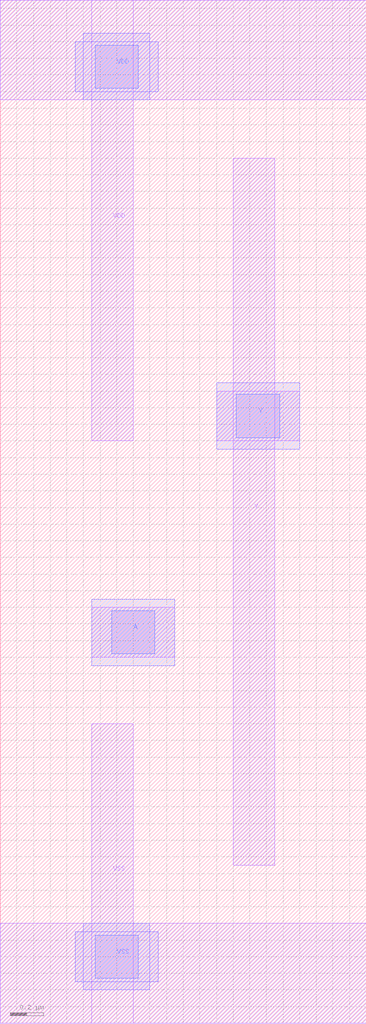
<source format=lef>
# Copyright 2022 Google LLC
# Licensed under the Apache License, Version 2.0 (the "License");
# you may not use this file except in compliance with the License.
# You may obtain a copy of the License at
#
#      http://www.apache.org/licenses/LICENSE-2.0
#
# Unless required by applicable law or agreed to in writing, software
# distributed under the License is distributed on an "AS IS" BASIS,
# WITHOUT WARRANTIES OR CONDITIONS OF ANY KIND, either express or implied.
# See the License for the specific language governing permissions and
# limitations under the License.
VERSION 5.7 ;
BUSBITCHARS "[]" ;
DIVIDERCHAR "/" ;

MACRO gf180mcu_osu_sc_9T_clkinv_1
  CLASS CORE ;
  ORIGIN 0 0 ;
  FOREIGN gf180mcu_osu_sc_9T_clkinv_1 0 0 ;
  SIZE 2.2 BY 6.15 ;
  SYMMETRY X Y ;
  SITE GF018hv5v_mcu_sc7 ;
  PIN A
    DIRECTION INPUT ;
    USE SIGNAL ;
    PORT
      LAYER MET1 ;
        RECT 0.55 2.2 1.05 2.5 ;
      LAYER MET2 ;
        RECT 0.55 2.15 1.05 2.55 ;
      LAYER VIA12 ;
        RECT 0.67 2.22 0.93 2.48 ;
    END
  END A
  PIN VDD
    DIRECTION INOUT ;
    USE POWER ;
    SHAPE ABUTMENT ;
    PORT
      LAYER MET1 ;
        RECT 0 5.55 2.2 6.15 ;
        RECT 0.55 3.5 0.8 6.15 ;
      LAYER MET2 ;
        RECT 0.45 5.6 0.95 5.9 ;
        RECT 0.5 5.55 0.9 5.95 ;
      LAYER VIA12 ;
        RECT 0.57 5.62 0.83 5.88 ;
    END
  END VDD
  PIN VSS
    DIRECTION INOUT ;
    USE GROUND ;
    PORT
      LAYER MET1 ;
        RECT 0 0 2.2 0.6 ;
        RECT 0.55 0 0.8 1.8 ;
      LAYER MET2 ;
        RECT 0.45 0.25 0.95 0.55 ;
        RECT 0.5 0.2 0.9 0.6 ;
      LAYER VIA12 ;
        RECT 0.57 0.27 0.83 0.53 ;
    END
  END VSS
  PIN Y
    DIRECTION OUTPUT ;
    USE SIGNAL ;
    PORT
      LAYER MET1 ;
        RECT 1.3 3.5 1.8 3.8 ;
        RECT 1.4 0.95 1.65 5.2 ;
      LAYER MET2 ;
        RECT 1.3 3.45 1.8 3.85 ;
      LAYER VIA12 ;
        RECT 1.42 3.52 1.68 3.78 ;
    END
  END Y
END gf180mcu_osu_sc_9T_clkinv_1

</source>
